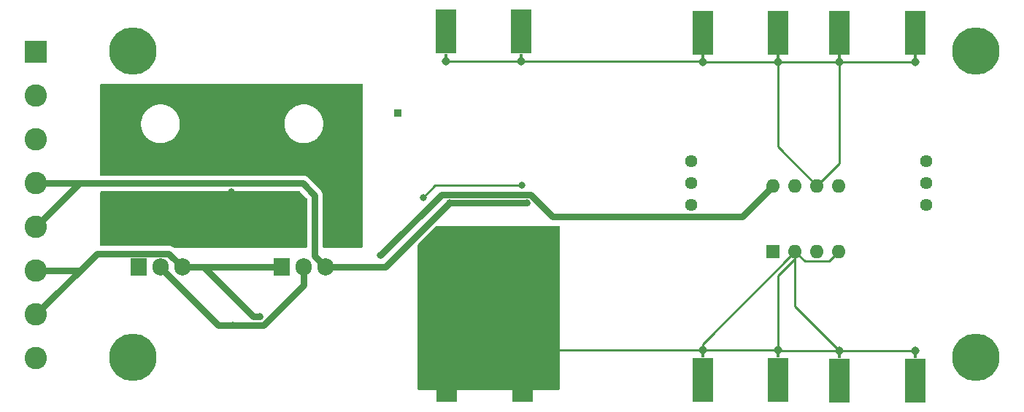
<source format=gbr>
%TF.GenerationSoftware,KiCad,Pcbnew,7.0.5*%
%TF.CreationDate,2023-07-10T11:24:46-06:00*%
%TF.ProjectId,S_Tele,535f5465-6c65-42e6-9b69-6361645f7063,rev?*%
%TF.SameCoordinates,Original*%
%TF.FileFunction,Copper,L2,Bot*%
%TF.FilePolarity,Positive*%
%FSLAX46Y46*%
G04 Gerber Fmt 4.6, Leading zero omitted, Abs format (unit mm)*
G04 Created by KiCad (PCBNEW 7.0.5) date 2023-07-10 11:24:46*
%MOMM*%
%LPD*%
G01*
G04 APERTURE LIST*
%TA.AperFunction,SMDPad,CuDef*%
%ADD10R,2.420000X5.080000*%
%TD*%
%TA.AperFunction,SMDPad,CuDef*%
%ADD11R,0.460000X0.950000*%
%TD*%
%TA.AperFunction,ComponentPad*%
%ADD12C,0.970000*%
%TD*%
%TA.AperFunction,ComponentPad*%
%ADD13C,5.500000*%
%TD*%
%TA.AperFunction,ComponentPad*%
%ADD14R,0.850000X0.850000*%
%TD*%
%TA.AperFunction,ComponentPad*%
%ADD15R,1.905000X2.000000*%
%TD*%
%TA.AperFunction,ComponentPad*%
%ADD16O,1.905000X2.000000*%
%TD*%
%TA.AperFunction,ComponentPad*%
%ADD17R,1.600000X1.600000*%
%TD*%
%TA.AperFunction,ComponentPad*%
%ADD18O,1.600000X1.600000*%
%TD*%
%TA.AperFunction,ComponentPad*%
%ADD19C,1.440000*%
%TD*%
%TA.AperFunction,ComponentPad*%
%ADD20R,2.600000X2.600000*%
%TD*%
%TA.AperFunction,ComponentPad*%
%ADD21C,2.600000*%
%TD*%
%TA.AperFunction,ViaPad*%
%ADD22C,0.800000*%
%TD*%
%TA.AperFunction,Conductor*%
%ADD23C,0.250000*%
%TD*%
%TA.AperFunction,Conductor*%
%ADD24C,0.800000*%
%TD*%
G04 APERTURE END LIST*
D10*
%TO.P,J5,2,Ext*%
%TO.N,GND*%
X168553200Y-76615850D03*
X159793200Y-76615850D03*
D11*
X168553200Y-79605850D03*
X159793200Y-79605850D03*
D12*
X168553200Y-80055850D03*
X159793200Y-80055850D03*
%TD*%
D13*
%TO.P,REF\u002A\u002A,1*%
%TO.N,N/C*%
X93726000Y-78740000D03*
%TD*%
D10*
%TO.P,J3,2,Ext*%
%TO.N,GND*%
X130113000Y-116929250D03*
X138873000Y-116929250D03*
D11*
X130113000Y-113939250D03*
X138873000Y-113939250D03*
D12*
X130113000Y-113489250D03*
X138873000Y-113489250D03*
%TD*%
D10*
%TO.P,J4,2,Ext*%
%TO.N,GND*%
X138746000Y-76523500D03*
X129986000Y-76523500D03*
D11*
X138746000Y-79513500D03*
X129986000Y-79513500D03*
D12*
X138746000Y-79963500D03*
X129986000Y-79963500D03*
%TD*%
D14*
%TO.P,J2,1,Pin_1*%
%TO.N,TEMP*%
X124460000Y-86010750D03*
%TD*%
D13*
%TO.P,REF\u002A\u002A,1*%
%TO.N,N/C*%
X191516000Y-78740000D03*
%TD*%
D15*
%TO.P,U1,1,IN*%
%TO.N,Vin*%
X94368000Y-103876750D03*
D16*
%TO.P,U1,2,GND*%
%TO.N,GND*%
X96908000Y-103876750D03*
%TO.P,U1,3,OUT*%
%TO.N,+15VDC*%
X99448000Y-103876750D03*
%TD*%
D13*
%TO.P,REF\u002A\u002A,1*%
%TO.N,N/C*%
X93726000Y-114300000D03*
%TD*%
%TO.P,REF\u002A\u002A,1*%
%TO.N,N/C*%
X191516000Y-114300000D03*
%TD*%
D15*
%TO.P,U2,1,IN*%
%TO.N,+15VDC*%
X110998000Y-103876750D03*
D16*
%TO.P,U2,2,GND*%
%TO.N,GND*%
X113538000Y-103876750D03*
%TO.P,U2,3,OUT*%
%TO.N,+5VDC*%
X116078000Y-103876750D03*
%TD*%
D10*
%TO.P,J6,2,Ext*%
%TO.N,GND*%
X159793400Y-116929400D03*
X168553400Y-116929400D03*
D11*
X159793400Y-113939400D03*
X168553400Y-113939400D03*
D12*
X159793400Y-113489400D03*
X168553400Y-113489400D03*
%TD*%
D17*
%TO.P,U4,1*%
%TO.N,Net-(J6-In)*%
X167979200Y-102053350D03*
D18*
%TO.P,U4,2,-*%
%TO.N,GND*%
X170519200Y-102053350D03*
%TO.P,U4,3,+*%
%TO.N,Net-(U4A-+)*%
X173059200Y-102053350D03*
%TO.P,U4,4,V-*%
%TO.N,GND*%
X175599200Y-102053350D03*
%TO.P,U4,5,+*%
%TO.N,Net-(U4B-+)*%
X175599200Y-94433350D03*
%TO.P,U4,6,-*%
%TO.N,GND*%
X173059200Y-94433350D03*
%TO.P,U4,7*%
%TO.N,Net-(J8-In)*%
X170519200Y-94433350D03*
%TO.P,U4,8,V+*%
%TO.N,+15VDC*%
X167979200Y-94433350D03*
%TD*%
D19*
%TO.P,R_pot2,1,1*%
%TO.N,Net-(J7-In)*%
X185749200Y-91585850D03*
%TO.P,R_pot2,2,2*%
%TO.N,Net-(U4B-+)*%
X185749200Y-94125850D03*
%TO.P,R_pot2,3,3*%
%TO.N,unconnected-(R_pot2-Pad3)*%
X185749200Y-96665850D03*
%TD*%
D10*
%TO.P,J8,2,Ext*%
%TO.N,GND*%
X175668400Y-117004400D03*
X184428400Y-117004400D03*
D11*
X175668400Y-114014400D03*
X184428400Y-114014400D03*
D12*
X175668400Y-113564400D03*
X184428400Y-113564400D03*
%TD*%
D20*
%TO.P,J1,1,Pin_1*%
%TO.N,GND*%
X82423000Y-78898750D03*
D21*
%TO.P,J1,2,Pin_2*%
X82423000Y-83978750D03*
%TO.P,J1,3,Pin_3*%
X82423000Y-89058750D03*
%TO.P,J1,4,Pin_4*%
%TO.N,+5VDC*%
X82423000Y-94138750D03*
%TO.P,J1,5,Pin_5*%
X82423000Y-99218750D03*
%TO.P,J1,6,Pin_6*%
%TO.N,+15VDC*%
X82423000Y-104298750D03*
%TO.P,J1,7,Pin_7*%
X82423000Y-109378750D03*
%TO.P,J1,8,Pin_8*%
%TO.N,Vin*%
X82423000Y-114458750D03*
%TD*%
D10*
%TO.P,J7,2,Ext*%
%TO.N,GND*%
X184428200Y-76615850D03*
X175668200Y-76615850D03*
D11*
X184428200Y-79605850D03*
X175668200Y-79605850D03*
D12*
X184428200Y-80055850D03*
X175668200Y-80055850D03*
%TD*%
D19*
%TO.P,R_pot1,1,1*%
%TO.N,Net-(J5-In)*%
X158444200Y-91585850D03*
%TO.P,R_pot1,2,2*%
%TO.N,Net-(U4A-+)*%
X158444200Y-94125850D03*
%TO.P,R_pot1,3,3*%
%TO.N,unconnected-(R_pot1-Pad3)*%
X158444200Y-96665850D03*
%TD*%
D22*
%TO.N,GND*%
X105156000Y-85598000D03*
X107696000Y-92710000D03*
X142113000Y-111416750D03*
X132588000Y-111416750D03*
X91186000Y-100330000D03*
X116332000Y-98298000D03*
X136398000Y-111416750D03*
X113538000Y-96520000D03*
X102616000Y-87122000D03*
X127508000Y-113956750D03*
X91186000Y-90170000D03*
X113538000Y-100330000D03*
X119126000Y-96520000D03*
X136398000Y-105066750D03*
X96901000Y-90170000D03*
X96901000Y-83820000D03*
X96901000Y-96520000D03*
X99314000Y-98298000D03*
X91186000Y-92710000D03*
X142113000Y-113956750D03*
X99568000Y-91440000D03*
X132588000Y-107606750D03*
X113538000Y-83820000D03*
X102616000Y-90170000D03*
X113538000Y-92710000D03*
X127508000Y-102526750D03*
X132588000Y-105066750D03*
X102616000Y-100330000D03*
X102616000Y-96520000D03*
X110998000Y-98298000D03*
X94234000Y-98298000D03*
X91186000Y-87122000D03*
X119126000Y-92710000D03*
X94234000Y-91598750D03*
X107696000Y-87122000D03*
X142113000Y-117131750D03*
X119126000Y-90170000D03*
X142113000Y-105066750D03*
X96901000Y-92710000D03*
X136398000Y-107606750D03*
X107696000Y-83820000D03*
X110744000Y-91440000D03*
X142113000Y-107606750D03*
X119126000Y-87122000D03*
X119126000Y-100330000D03*
X116332000Y-91440000D03*
X107696000Y-96520000D03*
X102616000Y-83820000D03*
X105156000Y-88392000D03*
X107696000Y-100330000D03*
X136398000Y-102526750D03*
X113538000Y-90170000D03*
X119126000Y-83820000D03*
X96901000Y-100330000D03*
X132588000Y-102526750D03*
X127508000Y-111416750D03*
X127508000Y-105066750D03*
X105283000Y-110648750D03*
X91186000Y-83820000D03*
X127508000Y-117131750D03*
X105156000Y-95138250D03*
X105156000Y-91440000D03*
X127508000Y-107606750D03*
X102616000Y-92710000D03*
X91186000Y-96520000D03*
X107696000Y-90170000D03*
%TO.N,+15VDC*%
X122428000Y-102520750D03*
X108458000Y-109632750D03*
%TO.N,+5VDC*%
X139446000Y-96424750D03*
X130429000Y-96424750D03*
%TO.N,VREF*%
X138811000Y-94361000D03*
X127381000Y-95758000D03*
%TD*%
D23*
%TO.N,GND*%
X159700850Y-79963500D02*
X159793200Y-80055850D01*
D24*
X105283000Y-110648750D02*
X108856214Y-110648750D01*
D23*
X159793200Y-80055850D02*
X168553200Y-80055850D01*
X142580500Y-113489250D02*
X159793250Y-113489250D01*
X159793250Y-113489250D02*
X159793400Y-113489400D01*
X170519200Y-108415200D02*
X175668400Y-113564400D01*
X138873000Y-113489250D02*
X141645500Y-113489250D01*
D24*
X108856214Y-110648750D02*
X113538000Y-105966964D01*
D23*
X168529200Y-89903350D02*
X173059200Y-94433350D01*
X168553400Y-113489400D02*
X168553400Y-104852200D01*
X170519200Y-102053350D02*
X170519200Y-108415200D01*
X175644200Y-91848350D02*
X173059200Y-94433350D01*
X168553400Y-113489400D02*
X159793400Y-113489400D01*
D24*
X96908000Y-103876750D02*
X96908000Y-103924250D01*
D23*
X142113000Y-113956750D02*
X142580500Y-113489250D01*
X184435600Y-113571600D02*
X184428400Y-113564400D01*
X170519200Y-102886400D02*
X170519200Y-102053350D01*
X175668400Y-113564400D02*
X168628400Y-113564400D01*
D24*
X103632500Y-110648750D02*
X105283000Y-110648750D01*
D23*
X168553200Y-80055850D02*
X175668200Y-80055850D01*
X170519200Y-102053350D02*
X171644200Y-103178350D01*
X141645500Y-113489250D02*
X142113000Y-113956750D01*
X168529200Y-80055850D02*
X168529200Y-89903350D01*
X175644200Y-80055850D02*
X175644200Y-91848350D01*
X129986000Y-79963500D02*
X138746000Y-79963500D01*
X168553400Y-104852200D02*
X170519200Y-102886400D01*
D24*
X96908000Y-103924250D02*
X103632500Y-110648750D01*
D23*
X159793400Y-112779150D02*
X159793400Y-113489400D01*
D24*
X113538000Y-105966964D02*
X113538000Y-103876750D01*
D23*
X174474200Y-103178350D02*
X175599200Y-102053350D01*
X168628400Y-113564400D02*
X168553400Y-113489400D01*
X130113000Y-113489250D02*
X138873000Y-113489250D01*
X138746000Y-79963500D02*
X159700850Y-79963500D01*
X171644200Y-103178350D02*
X174474200Y-103178350D01*
X184428200Y-80055850D02*
X175668200Y-80055850D01*
X170519200Y-102053350D02*
X159793400Y-112779150D01*
X184428400Y-113564400D02*
X175668400Y-113564400D01*
D24*
%TO.N,+15VDC*%
X142421314Y-97985850D02*
X139860214Y-95424750D01*
X110998000Y-103876750D02*
X101876500Y-103876750D01*
X82423000Y-109378750D02*
X89525000Y-102276750D01*
X122428000Y-102520750D02*
X129524000Y-95424750D01*
X82423000Y-104298750D02*
X87503000Y-104298750D01*
X101876500Y-103876750D02*
X107632500Y-109632750D01*
X139860214Y-95424750D02*
X129524000Y-95424750D01*
X89525000Y-102276750D02*
X97848000Y-102276750D01*
D23*
X87503000Y-104298750D02*
X89525000Y-102276750D01*
D24*
X99448000Y-103876750D02*
X101876500Y-103876750D01*
X164426700Y-97985850D02*
X142421314Y-97985850D01*
X97848000Y-102276750D02*
X99448000Y-103876750D01*
X167979200Y-94433350D02*
X164426700Y-97985850D01*
X107632500Y-109632750D02*
X108458000Y-109632750D01*
%TO.N,+5VDC*%
X114808000Y-102606750D02*
X114808000Y-95504000D01*
X114808000Y-95504000D02*
X113442750Y-94138750D01*
X130429000Y-96424750D02*
X139446000Y-96424750D01*
X122977000Y-103876750D02*
X116078000Y-103876750D01*
X82423000Y-99218750D02*
X87503000Y-94138750D01*
X114808000Y-102606750D02*
X116078000Y-103876750D01*
X122977000Y-103876750D02*
X130429000Y-96424750D01*
X113442750Y-94138750D02*
X87630000Y-94138750D01*
X82423000Y-94138750D02*
X87630000Y-94138750D01*
X87503000Y-94138750D02*
X87630000Y-94138750D01*
D23*
%TO.N,VREF*%
X127381000Y-95758000D02*
X128778000Y-94361000D01*
X128778000Y-94361000D02*
X138811000Y-94361000D01*
%TD*%
%TA.AperFunction,Conductor*%
%TO.N,GND*%
G36*
X143199039Y-99079685D02*
G01*
X143244794Y-99132489D01*
X143256000Y-99184000D01*
X143256000Y-117986000D01*
X143236315Y-118053039D01*
X143183511Y-118098794D01*
X143132000Y-118110000D01*
X126870000Y-118110000D01*
X126802961Y-118090315D01*
X126757206Y-118037511D01*
X126746000Y-117986000D01*
X126746000Y-101264319D01*
X126765685Y-101197280D01*
X126782319Y-101176638D01*
X128862639Y-99096319D01*
X128923962Y-99062834D01*
X128950320Y-99060000D01*
X143132000Y-99060000D01*
X143199039Y-99079685D01*
G37*
%TD.AperFunction*%
%TD*%
%TA.AperFunction,Conductor*%
%TO.N,GND*%
G36*
X113085428Y-95058935D02*
G01*
X113106070Y-95075569D01*
X113871181Y-95840679D01*
X113904666Y-95902002D01*
X113907500Y-95928360D01*
X113907500Y-101476000D01*
X113887815Y-101543039D01*
X113835011Y-101588794D01*
X113783500Y-101600000D01*
X98489769Y-101600000D01*
X98422730Y-101580315D01*
X98406798Y-101568151D01*
X98380220Y-101544220D01*
X98380213Y-101544215D01*
X98368070Y-101537204D01*
X98352043Y-101526188D01*
X98341153Y-101517370D01*
X98341151Y-101517369D01*
X98341149Y-101517367D01*
X98322259Y-101507742D01*
X98279266Y-101485835D01*
X98276414Y-101484287D01*
X98216282Y-101449570D01*
X98202949Y-101445238D01*
X98184978Y-101437793D01*
X98172498Y-101431434D01*
X98172486Y-101431429D01*
X98105409Y-101413455D01*
X98102309Y-101412537D01*
X98036256Y-101391076D01*
X98036251Y-101391075D01*
X98036249Y-101391075D01*
X98022314Y-101389610D01*
X98003189Y-101386065D01*
X97989653Y-101382438D01*
X97989643Y-101382436D01*
X97920290Y-101378801D01*
X97917059Y-101378547D01*
X97902537Y-101377021D01*
X97895192Y-101376250D01*
X97895189Y-101376250D01*
X97873203Y-101376250D01*
X97869959Y-101376165D01*
X97800612Y-101372531D01*
X97800611Y-101372531D01*
X97786772Y-101374723D01*
X97767373Y-101376250D01*
X90040000Y-101376250D01*
X89972961Y-101356565D01*
X89927206Y-101303761D01*
X89916000Y-101252250D01*
X89916000Y-95163250D01*
X89935685Y-95096211D01*
X89988489Y-95050456D01*
X90040000Y-95039250D01*
X113018389Y-95039250D01*
X113085428Y-95058935D01*
G37*
%TD.AperFunction*%
%TA.AperFunction,Conductor*%
G36*
X120339039Y-82569685D02*
G01*
X120384794Y-82622489D01*
X120396000Y-82674000D01*
X120396000Y-101476000D01*
X120376315Y-101543039D01*
X120323511Y-101588794D01*
X120272000Y-101600000D01*
X115832500Y-101600000D01*
X115765461Y-101580315D01*
X115719706Y-101527511D01*
X115708500Y-101476000D01*
X115708500Y-95584626D01*
X115710027Y-95565225D01*
X115712219Y-95551388D01*
X115708584Y-95482040D01*
X115708500Y-95478797D01*
X115708500Y-95456809D01*
X115708499Y-95456800D01*
X115706201Y-95434936D01*
X115705947Y-95431720D01*
X115702313Y-95362354D01*
X115698684Y-95348812D01*
X115695138Y-95329684D01*
X115693674Y-95315744D01*
X115672218Y-95249708D01*
X115671296Y-95246596D01*
X115653321Y-95179517D01*
X115653320Y-95179512D01*
X115646956Y-95167022D01*
X115639511Y-95149050D01*
X115635179Y-95135716D01*
X115635177Y-95135712D01*
X115635175Y-95135707D01*
X115611670Y-95094998D01*
X115600443Y-95075552D01*
X115598920Y-95072747D01*
X115567383Y-95010851D01*
X115567382Y-95010849D01*
X115558560Y-94999955D01*
X115547538Y-94983918D01*
X115540532Y-94971783D01*
X115540531Y-94971781D01*
X115494060Y-94920170D01*
X115491952Y-94917702D01*
X115478118Y-94900619D01*
X115462577Y-94885078D01*
X115460341Y-94882722D01*
X115413872Y-94831113D01*
X115413871Y-94831112D01*
X115402525Y-94822869D01*
X115387734Y-94810235D01*
X114136514Y-93559015D01*
X114123876Y-93544218D01*
X114115637Y-93532878D01*
X114064027Y-93486407D01*
X114061672Y-93484173D01*
X114046132Y-93468632D01*
X114029045Y-93454793D01*
X114026581Y-93452689D01*
X113974970Y-93406220D01*
X113974963Y-93406215D01*
X113962820Y-93399204D01*
X113946793Y-93388188D01*
X113935903Y-93379370D01*
X113935901Y-93379369D01*
X113935899Y-93379367D01*
X113917009Y-93369742D01*
X113874016Y-93347835D01*
X113871164Y-93346287D01*
X113811032Y-93311570D01*
X113797699Y-93307238D01*
X113779728Y-93299793D01*
X113767248Y-93293434D01*
X113767236Y-93293429D01*
X113700159Y-93275455D01*
X113697059Y-93274537D01*
X113631006Y-93253076D01*
X113631001Y-93253075D01*
X113630999Y-93253075D01*
X113617064Y-93251610D01*
X113597939Y-93248065D01*
X113584403Y-93244438D01*
X113584393Y-93244436D01*
X113515040Y-93240801D01*
X113511809Y-93240547D01*
X113497287Y-93239021D01*
X113489942Y-93238250D01*
X113489939Y-93238250D01*
X113467953Y-93238250D01*
X113464709Y-93238165D01*
X113395362Y-93234531D01*
X113395361Y-93234531D01*
X113381522Y-93236723D01*
X113362123Y-93238250D01*
X90040000Y-93238250D01*
X89972961Y-93218565D01*
X89927206Y-93165761D01*
X89916000Y-93114250D01*
X89916000Y-87216750D01*
X94652671Y-87216750D01*
X94654835Y-87249777D01*
X94654933Y-87255905D01*
X94653723Y-87292117D01*
X94653723Y-87292127D01*
X94664772Y-87401960D01*
X94664951Y-87404110D01*
X94671965Y-87511126D01*
X94671966Y-87511139D01*
X94679050Y-87546753D01*
X94679930Y-87552641D01*
X94683882Y-87591914D01*
X94708727Y-87696171D01*
X94709225Y-87698448D01*
X94729516Y-87800461D01*
X94729518Y-87800469D01*
X94742230Y-87837921D01*
X94743831Y-87843477D01*
X94753729Y-87885005D01*
X94753730Y-87885008D01*
X94753731Y-87885011D01*
X94764410Y-87912739D01*
X94791094Y-87982023D01*
X94791940Y-87984359D01*
X94824348Y-88079827D01*
X94836294Y-88104051D01*
X94843263Y-88118183D01*
X94845515Y-88123323D01*
X94862019Y-88166178D01*
X94862023Y-88166186D01*
X94892486Y-88221773D01*
X94910441Y-88254539D01*
X94911665Y-88256891D01*
X94954822Y-88344405D01*
X94954833Y-88344423D01*
X94980380Y-88382657D01*
X94983199Y-88387307D01*
X95006822Y-88430409D01*
X95006829Y-88430421D01*
X95064671Y-88508925D01*
X95066308Y-88511257D01*
X95107366Y-88572705D01*
X95118727Y-88589707D01*
X95151182Y-88626715D01*
X95154482Y-88630818D01*
X95185551Y-88672985D01*
X95251114Y-88740778D01*
X95253160Y-88742999D01*
X95313242Y-88811508D01*
X95348025Y-88842012D01*
X95352670Y-88846086D01*
X95356358Y-88849599D01*
X95395018Y-88889572D01*
X95395020Y-88889574D01*
X95404934Y-88897403D01*
X95466495Y-88946017D01*
X95468950Y-88948061D01*
X95535040Y-89006020D01*
X95535040Y-89006021D01*
X95581336Y-89036955D01*
X95585307Y-89039842D01*
X95631484Y-89076307D01*
X95631485Y-89076308D01*
X95707059Y-89121070D01*
X95709897Y-89122856D01*
X95761622Y-89157418D01*
X95780338Y-89169924D01*
X95797190Y-89178234D01*
X95833187Y-89195986D01*
X95837318Y-89198223D01*
X95871458Y-89218444D01*
X95890717Y-89229852D01*
X95890722Y-89229854D01*
X95890730Y-89229859D01*
X95968665Y-89262906D01*
X95971826Y-89264354D01*
X96044923Y-89300402D01*
X96103759Y-89320374D01*
X96108014Y-89321995D01*
X96168128Y-89347486D01*
X96246640Y-89368992D01*
X96250160Y-89370070D01*
X96324278Y-89395231D01*
X96382967Y-89406904D01*
X96388384Y-89407982D01*
X96392658Y-89408991D01*
X96458729Y-89427090D01*
X96536224Y-89437511D01*
X96540037Y-89438147D01*
X96613620Y-89452784D01*
X96682067Y-89457269D01*
X96686246Y-89457687D01*
X96757347Y-89467250D01*
X96832302Y-89467250D01*
X96836349Y-89467382D01*
X96868372Y-89469481D01*
X96907994Y-89472079D01*
X96908000Y-89472079D01*
X96908004Y-89472079D01*
X96917771Y-89471438D01*
X96979141Y-89467416D01*
X96981032Y-89467323D01*
X96983218Y-89467250D01*
X96983244Y-89467250D01*
X97056670Y-89462334D01*
X97056845Y-89462373D01*
X97056842Y-89462324D01*
X97149347Y-89456259D01*
X97202380Y-89452784D01*
X97202411Y-89452777D01*
X97203522Y-89452632D01*
X97207478Y-89452239D01*
X97208634Y-89452162D01*
X97351658Y-89423091D01*
X97491722Y-89395231D01*
X97492442Y-89394986D01*
X97500018Y-89392935D01*
X97503903Y-89392146D01*
X97638821Y-89345297D01*
X97771077Y-89300402D01*
X97774687Y-89298621D01*
X97781754Y-89295664D01*
X97788537Y-89293310D01*
X97913220Y-89230304D01*
X98035665Y-89169922D01*
X98041700Y-89165888D01*
X98048164Y-89162114D01*
X98057459Y-89157418D01*
X98170040Y-89080135D01*
X98280957Y-89006023D01*
X98288840Y-88999108D01*
X98294622Y-88994613D01*
X98305869Y-88986894D01*
X98404824Y-88897393D01*
X98502758Y-88811508D01*
X98511799Y-88801196D01*
X98516823Y-88796095D01*
X98529333Y-88784782D01*
X98613443Y-88685295D01*
X98697273Y-88589707D01*
X98706687Y-88575616D01*
X98710895Y-88570029D01*
X98723863Y-88554691D01*
X98723865Y-88554689D01*
X98791941Y-88448048D01*
X98792592Y-88447051D01*
X98861172Y-88344415D01*
X98870098Y-88326312D01*
X98873441Y-88320381D01*
X98885993Y-88300720D01*
X98937920Y-88188817D01*
X98938527Y-88187552D01*
X98991649Y-88079834D01*
X98991652Y-88079827D01*
X98991652Y-88079826D01*
X98999179Y-88057649D01*
X99001641Y-88051502D01*
X99012823Y-88027408D01*
X99048417Y-87912659D01*
X99048858Y-87911301D01*
X99086481Y-87800472D01*
X99091677Y-87774347D01*
X99093271Y-87768066D01*
X99102093Y-87739629D01*
X99121534Y-87624373D01*
X99121847Y-87622671D01*
X99144034Y-87511130D01*
X99145986Y-87481326D01*
X99146714Y-87475092D01*
X99152209Y-87442520D01*
X99156006Y-87328919D01*
X99156104Y-87326968D01*
X99163329Y-87216755D01*
X99163329Y-87216751D01*
X99163329Y-87216750D01*
X111282671Y-87216750D01*
X111284835Y-87249777D01*
X111284933Y-87255905D01*
X111283723Y-87292117D01*
X111283723Y-87292127D01*
X111294772Y-87401960D01*
X111294951Y-87404110D01*
X111301965Y-87511126D01*
X111301966Y-87511139D01*
X111309050Y-87546753D01*
X111309930Y-87552641D01*
X111313882Y-87591914D01*
X111338727Y-87696171D01*
X111339225Y-87698448D01*
X111359516Y-87800461D01*
X111359518Y-87800469D01*
X111372230Y-87837921D01*
X111373831Y-87843477D01*
X111383729Y-87885005D01*
X111383730Y-87885008D01*
X111383731Y-87885011D01*
X111394410Y-87912739D01*
X111421094Y-87982023D01*
X111421940Y-87984359D01*
X111454348Y-88079827D01*
X111466294Y-88104051D01*
X111473263Y-88118183D01*
X111475515Y-88123323D01*
X111492019Y-88166178D01*
X111492023Y-88166186D01*
X111522486Y-88221773D01*
X111540441Y-88254539D01*
X111541665Y-88256891D01*
X111584822Y-88344405D01*
X111584833Y-88344423D01*
X111610380Y-88382657D01*
X111613199Y-88387307D01*
X111636822Y-88430409D01*
X111636829Y-88430421D01*
X111694671Y-88508925D01*
X111696308Y-88511257D01*
X111737366Y-88572705D01*
X111748727Y-88589707D01*
X111781182Y-88626715D01*
X111784482Y-88630818D01*
X111815551Y-88672985D01*
X111881114Y-88740778D01*
X111883160Y-88742999D01*
X111943242Y-88811508D01*
X111978025Y-88842012D01*
X111982670Y-88846086D01*
X111986358Y-88849599D01*
X112025018Y-88889572D01*
X112025020Y-88889574D01*
X112034934Y-88897403D01*
X112096495Y-88946017D01*
X112098950Y-88948061D01*
X112165040Y-89006020D01*
X112165040Y-89006021D01*
X112211336Y-89036955D01*
X112215307Y-89039842D01*
X112261485Y-89076308D01*
X112337059Y-89121070D01*
X112339897Y-89122856D01*
X112391622Y-89157418D01*
X112410338Y-89169924D01*
X112427190Y-89178234D01*
X112463187Y-89195986D01*
X112467318Y-89198223D01*
X112501458Y-89218444D01*
X112520717Y-89229852D01*
X112520722Y-89229854D01*
X112520730Y-89229859D01*
X112598665Y-89262906D01*
X112601826Y-89264354D01*
X112674923Y-89300402D01*
X112733759Y-89320374D01*
X112738014Y-89321995D01*
X112798128Y-89347486D01*
X112876640Y-89368992D01*
X112880160Y-89370070D01*
X112954278Y-89395231D01*
X113012967Y-89406904D01*
X113018384Y-89407982D01*
X113022658Y-89408991D01*
X113088729Y-89427090D01*
X113166224Y-89437511D01*
X113170037Y-89438147D01*
X113243620Y-89452784D01*
X113312067Y-89457269D01*
X113316246Y-89457687D01*
X113387347Y-89467250D01*
X113462302Y-89467250D01*
X113466349Y-89467382D01*
X113498372Y-89469481D01*
X113537994Y-89472079D01*
X113538000Y-89472079D01*
X113538004Y-89472079D01*
X113547771Y-89471438D01*
X113609141Y-89467416D01*
X113611032Y-89467323D01*
X113613218Y-89467250D01*
X113613244Y-89467250D01*
X113686670Y-89462334D01*
X113686845Y-89462373D01*
X113686842Y-89462324D01*
X113779347Y-89456259D01*
X113832380Y-89452784D01*
X113832411Y-89452777D01*
X113833522Y-89452632D01*
X113837478Y-89452239D01*
X113838634Y-89452162D01*
X113981658Y-89423091D01*
X114121722Y-89395231D01*
X114122442Y-89394986D01*
X114130018Y-89392935D01*
X114133903Y-89392146D01*
X114268821Y-89345297D01*
X114401077Y-89300402D01*
X114404687Y-89298621D01*
X114411754Y-89295664D01*
X114418537Y-89293310D01*
X114543220Y-89230304D01*
X114665665Y-89169922D01*
X114671700Y-89165888D01*
X114678164Y-89162114D01*
X114687459Y-89157418D01*
X114800040Y-89080135D01*
X114910957Y-89006023D01*
X114918840Y-88999108D01*
X114924622Y-88994613D01*
X114935869Y-88986894D01*
X115034824Y-88897393D01*
X115132758Y-88811508D01*
X115141799Y-88801196D01*
X115146823Y-88796095D01*
X115159333Y-88784782D01*
X115243443Y-88685295D01*
X115327273Y-88589707D01*
X115336687Y-88575616D01*
X115340895Y-88570029D01*
X115353863Y-88554691D01*
X115353865Y-88554689D01*
X115421941Y-88448048D01*
X115422592Y-88447051D01*
X115491172Y-88344415D01*
X115500098Y-88326312D01*
X115503441Y-88320381D01*
X115515993Y-88300720D01*
X115567920Y-88188817D01*
X115568527Y-88187552D01*
X115621649Y-88079834D01*
X115621652Y-88079827D01*
X115621652Y-88079826D01*
X115629179Y-88057649D01*
X115631641Y-88051502D01*
X115642823Y-88027408D01*
X115678417Y-87912659D01*
X115678858Y-87911301D01*
X115716481Y-87800472D01*
X115721677Y-87774347D01*
X115723271Y-87768066D01*
X115732093Y-87739629D01*
X115751534Y-87624373D01*
X115751847Y-87622671D01*
X115774034Y-87511130D01*
X115775986Y-87481326D01*
X115776714Y-87475092D01*
X115782209Y-87442520D01*
X115786006Y-87328919D01*
X115786104Y-87326968D01*
X115793329Y-87216755D01*
X115793329Y-87216751D01*
X115793329Y-87216750D01*
X115791162Y-87183705D01*
X115791065Y-87177599D01*
X115792277Y-87141381D01*
X115781228Y-87031558D01*
X115781050Y-87029411D01*
X115774035Y-86922382D01*
X115774034Y-86922373D01*
X115774034Y-86922370D01*
X115766944Y-86886727D01*
X115766068Y-86880857D01*
X115762118Y-86841591D01*
X115762118Y-86841588D01*
X115737265Y-86737305D01*
X115736777Y-86735069D01*
X115716481Y-86633028D01*
X115703764Y-86595566D01*
X115702169Y-86590033D01*
X115692269Y-86548489D01*
X115654899Y-86451459D01*
X115654057Y-86449135D01*
X115639447Y-86406095D01*
X115621652Y-86353673D01*
X115602732Y-86315306D01*
X115600485Y-86310179D01*
X115583977Y-86267316D01*
X115535555Y-86178957D01*
X115534334Y-86176612D01*
X115501604Y-86110240D01*
X115491175Y-86089091D01*
X115491172Y-86089086D01*
X115465612Y-86050833D01*
X115462798Y-86046194D01*
X115439175Y-86003085D01*
X115381312Y-85924552D01*
X115379706Y-85922264D01*
X115327273Y-85843793D01*
X115294817Y-85806783D01*
X115291516Y-85802680D01*
X115260450Y-85760518D01*
X115260446Y-85760512D01*
X115240801Y-85740199D01*
X115194884Y-85692720D01*
X115192838Y-85690499D01*
X115132760Y-85621994D01*
X115093322Y-85587406D01*
X115089635Y-85583894D01*
X115050981Y-85543926D01*
X114979514Y-85487490D01*
X114977059Y-85485446D01*
X114910960Y-85427479D01*
X114864656Y-85396538D01*
X114860677Y-85393644D01*
X114814517Y-85357193D01*
X114799677Y-85348403D01*
X114738918Y-85312416D01*
X114736089Y-85310634D01*
X114665666Y-85263578D01*
X114612821Y-85237517D01*
X114608668Y-85235268D01*
X114555270Y-85203641D01*
X114555266Y-85203639D01*
X114555262Y-85203637D01*
X114525641Y-85191077D01*
X114477346Y-85170597D01*
X114474157Y-85169136D01*
X114401075Y-85133097D01*
X114342243Y-85113125D01*
X114337969Y-85111496D01*
X114299174Y-85095047D01*
X114277872Y-85086014D01*
X114277868Y-85086013D01*
X114277866Y-85086012D01*
X114199365Y-85064507D01*
X114195815Y-85063420D01*
X114121734Y-85038272D01*
X114121723Y-85038269D01*
X114121722Y-85038269D01*
X114057608Y-85025515D01*
X114053333Y-85024506D01*
X113987281Y-85006412D01*
X113987265Y-85006408D01*
X113909792Y-84995989D01*
X113905962Y-84995351D01*
X113859006Y-84986012D01*
X113832380Y-84980716D01*
X113832377Y-84980715D01*
X113832374Y-84980715D01*
X113763959Y-84976231D01*
X113759750Y-84975811D01*
X113725282Y-84971176D01*
X113688653Y-84966250D01*
X113688650Y-84966250D01*
X113613698Y-84966250D01*
X113609650Y-84966117D01*
X113577627Y-84964018D01*
X113538006Y-84961421D01*
X113538002Y-84961421D01*
X113538000Y-84961421D01*
X113508972Y-84963323D01*
X113466971Y-84966076D01*
X113464997Y-84966174D01*
X113462764Y-84966248D01*
X113401977Y-84970317D01*
X113389157Y-84971176D01*
X113345461Y-84974040D01*
X113243620Y-84980715D01*
X113242420Y-84980873D01*
X113238506Y-84981261D01*
X113237375Y-84981337D01*
X113237372Y-84981337D01*
X113237366Y-84981338D01*
X113123446Y-85004492D01*
X113094399Y-85010396D01*
X112954277Y-85038268D01*
X112954270Y-85038270D01*
X112953508Y-85038529D01*
X112945943Y-85040572D01*
X112942095Y-85041353D01*
X112807244Y-85088178D01*
X112674921Y-85133098D01*
X112671320Y-85134874D01*
X112664241Y-85137836D01*
X112657461Y-85140190D01*
X112657457Y-85140192D01*
X112532703Y-85203232D01*
X112410337Y-85263577D01*
X112410328Y-85263582D01*
X112404301Y-85267608D01*
X112397828Y-85271387D01*
X112388544Y-85276079D01*
X112275944Y-85353374D01*
X112165040Y-85427479D01*
X112161307Y-85430752D01*
X112157156Y-85434392D01*
X112151373Y-85438888D01*
X112140132Y-85446604D01*
X112041178Y-85536102D01*
X111943241Y-85621992D01*
X111934196Y-85632305D01*
X111929175Y-85637403D01*
X111916667Y-85648717D01*
X111916660Y-85648724D01*
X111832575Y-85748181D01*
X111748726Y-85843793D01*
X111739308Y-85857886D01*
X111735106Y-85863466D01*
X111722141Y-85878802D01*
X111722140Y-85878803D01*
X111654072Y-85985427D01*
X111653365Y-85986509D01*
X111584828Y-86089086D01*
X111575905Y-86107177D01*
X111572560Y-86113112D01*
X111562198Y-86129347D01*
X111560007Y-86132780D01*
X111542207Y-86171136D01*
X111508103Y-86244627D01*
X111507470Y-86245950D01*
X111454347Y-86353674D01*
X111454345Y-86353680D01*
X111446822Y-86375839D01*
X111444353Y-86382007D01*
X111433176Y-86406094D01*
X111433176Y-86406095D01*
X111397610Y-86520748D01*
X111397103Y-86522308D01*
X111359522Y-86633016D01*
X111359516Y-86633038D01*
X111354320Y-86659160D01*
X111352728Y-86665433D01*
X111343905Y-86693875D01*
X111324472Y-86809077D01*
X111324145Y-86810857D01*
X111301965Y-86922373D01*
X111301964Y-86922378D01*
X111300012Y-86952166D01*
X111299281Y-86958423D01*
X111293791Y-86990980D01*
X111289994Y-87104521D01*
X111289895Y-87106502D01*
X111282671Y-87216750D01*
X99163329Y-87216750D01*
X99161162Y-87183705D01*
X99161065Y-87177599D01*
X99162277Y-87141381D01*
X99151228Y-87031558D01*
X99151050Y-87029411D01*
X99144035Y-86922382D01*
X99144034Y-86922373D01*
X99144034Y-86922370D01*
X99136944Y-86886727D01*
X99136068Y-86880857D01*
X99132118Y-86841591D01*
X99132118Y-86841588D01*
X99107265Y-86737305D01*
X99106777Y-86735069D01*
X99086481Y-86633028D01*
X99073764Y-86595566D01*
X99072169Y-86590033D01*
X99062269Y-86548489D01*
X99024899Y-86451459D01*
X99024057Y-86449135D01*
X99009447Y-86406095D01*
X98991652Y-86353673D01*
X98972732Y-86315306D01*
X98970485Y-86310179D01*
X98953977Y-86267316D01*
X98905555Y-86178957D01*
X98904334Y-86176612D01*
X98871604Y-86110240D01*
X98861175Y-86089091D01*
X98861172Y-86089086D01*
X98835612Y-86050833D01*
X98832798Y-86046194D01*
X98809175Y-86003085D01*
X98751312Y-85924552D01*
X98749706Y-85922264D01*
X98697273Y-85843793D01*
X98664817Y-85806783D01*
X98661516Y-85802680D01*
X98630450Y-85760518D01*
X98630446Y-85760512D01*
X98610801Y-85740199D01*
X98564884Y-85692720D01*
X98562838Y-85690499D01*
X98502760Y-85621994D01*
X98463322Y-85587406D01*
X98459635Y-85583894D01*
X98420981Y-85543926D01*
X98349514Y-85487490D01*
X98347059Y-85485446D01*
X98280960Y-85427479D01*
X98234656Y-85396538D01*
X98230677Y-85393644D01*
X98184517Y-85357193D01*
X98169677Y-85348403D01*
X98108918Y-85312416D01*
X98106089Y-85310634D01*
X98035666Y-85263578D01*
X97982821Y-85237517D01*
X97978668Y-85235268D01*
X97925270Y-85203641D01*
X97925266Y-85203639D01*
X97925262Y-85203637D01*
X97895641Y-85191077D01*
X97847346Y-85170597D01*
X97844157Y-85169136D01*
X97771075Y-85133097D01*
X97712243Y-85113125D01*
X97707969Y-85111496D01*
X97669174Y-85095047D01*
X97647872Y-85086014D01*
X97647868Y-85086013D01*
X97647866Y-85086012D01*
X97569365Y-85064507D01*
X97565815Y-85063420D01*
X97491734Y-85038272D01*
X97491723Y-85038269D01*
X97491722Y-85038269D01*
X97427608Y-85025515D01*
X97423333Y-85024506D01*
X97357281Y-85006412D01*
X97357265Y-85006408D01*
X97279792Y-84995989D01*
X97275962Y-84995351D01*
X97229006Y-84986012D01*
X97202380Y-84980716D01*
X97202377Y-84980715D01*
X97202374Y-84980715D01*
X97133959Y-84976231D01*
X97129750Y-84975811D01*
X97095282Y-84971176D01*
X97058653Y-84966250D01*
X97058650Y-84966250D01*
X96983698Y-84966250D01*
X96979650Y-84966117D01*
X96947627Y-84964018D01*
X96908006Y-84961421D01*
X96908002Y-84961421D01*
X96908000Y-84961421D01*
X96878972Y-84963323D01*
X96836971Y-84966076D01*
X96834997Y-84966174D01*
X96832764Y-84966248D01*
X96771977Y-84970317D01*
X96759157Y-84971176D01*
X96715461Y-84974040D01*
X96613620Y-84980715D01*
X96612420Y-84980873D01*
X96608506Y-84981261D01*
X96607375Y-84981337D01*
X96607372Y-84981337D01*
X96607366Y-84981338D01*
X96493446Y-85004492D01*
X96464399Y-85010396D01*
X96324277Y-85038268D01*
X96324270Y-85038270D01*
X96323508Y-85038529D01*
X96315943Y-85040572D01*
X96312095Y-85041353D01*
X96177244Y-85088178D01*
X96044921Y-85133098D01*
X96041320Y-85134874D01*
X96034241Y-85137836D01*
X96027461Y-85140190D01*
X96027457Y-85140192D01*
X95902703Y-85203232D01*
X95780337Y-85263577D01*
X95780328Y-85263582D01*
X95774301Y-85267608D01*
X95767828Y-85271387D01*
X95758544Y-85276079D01*
X95645944Y-85353374D01*
X95535040Y-85427479D01*
X95531307Y-85430752D01*
X95527156Y-85434392D01*
X95521373Y-85438888D01*
X95510132Y-85446604D01*
X95411178Y-85536102D01*
X95313241Y-85621992D01*
X95304196Y-85632305D01*
X95299175Y-85637403D01*
X95286667Y-85648717D01*
X95286660Y-85648724D01*
X95202575Y-85748181D01*
X95118726Y-85843793D01*
X95109308Y-85857886D01*
X95105106Y-85863466D01*
X95092141Y-85878802D01*
X95092140Y-85878803D01*
X95024072Y-85985427D01*
X95023365Y-85986509D01*
X94954828Y-86089086D01*
X94945905Y-86107177D01*
X94942560Y-86113112D01*
X94932198Y-86129347D01*
X94930007Y-86132780D01*
X94912207Y-86171136D01*
X94878103Y-86244627D01*
X94877470Y-86245950D01*
X94824347Y-86353674D01*
X94824345Y-86353680D01*
X94816822Y-86375839D01*
X94814353Y-86382007D01*
X94803176Y-86406094D01*
X94803176Y-86406095D01*
X94767610Y-86520748D01*
X94767103Y-86522308D01*
X94729522Y-86633016D01*
X94729516Y-86633038D01*
X94724320Y-86659160D01*
X94722728Y-86665433D01*
X94713905Y-86693875D01*
X94694472Y-86809077D01*
X94694145Y-86810857D01*
X94671965Y-86922373D01*
X94671964Y-86922378D01*
X94670012Y-86952166D01*
X94669281Y-86958423D01*
X94663791Y-86990980D01*
X94659994Y-87104521D01*
X94659895Y-87106502D01*
X94652671Y-87216750D01*
X89916000Y-87216750D01*
X89916000Y-82674000D01*
X89935685Y-82606961D01*
X89988489Y-82561206D01*
X90040000Y-82550000D01*
X120272000Y-82550000D01*
X120339039Y-82569685D01*
G37*
%TD.AperFunction*%
%TD*%
M02*

</source>
